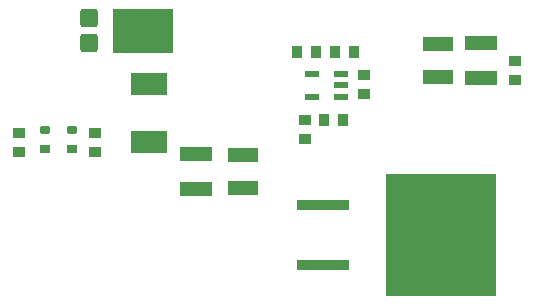
<source format=gtp>
G04*
G04 #@! TF.GenerationSoftware,Altium Limited,Altium Designer,20.0.2 (26)*
G04*
G04 Layer_Color=8421504*
%FSLAX25Y25*%
%MOIN*%
G70*
G01*
G75*
%ADD15R,0.03937X0.03543*%
%ADD16R,0.03543X0.03937*%
%ADD17R,0.36614X0.40945*%
%ADD18R,0.17323X0.03740*%
%ADD19R,0.05118X0.02362*%
%ADD20R,0.12402X0.07717*%
%ADD21R,0.03347X0.02756*%
G04:AMPARAMS|DCode=22|XSize=33.47mil|YSize=27.56mil|CornerRadius=0mil|HoleSize=0mil|Usage=FLASHONLY|Rotation=0.000|XOffset=0mil|YOffset=0mil|HoleType=Round|Shape=Octagon|*
%AMOCTAGOND22*
4,1,8,0.01673,-0.00689,0.01673,0.00689,0.00984,0.01378,-0.00984,0.01378,-0.01673,0.00689,-0.01673,-0.00689,-0.00984,-0.01378,0.00984,-0.01378,0.01673,-0.00689,0.0*
%
%ADD22OCTAGOND22*%

%ADD23R,0.20315X0.14961*%
G04:AMPARAMS|DCode=24|XSize=62.99mil|YSize=56.69mil|CornerRadius=7.09mil|HoleSize=0mil|Usage=FLASHONLY|Rotation=90.000|XOffset=0mil|YOffset=0mil|HoleType=Round|Shape=RoundedRectangle|*
%AMROUNDEDRECTD24*
21,1,0.06299,0.04252,0,0,90.0*
21,1,0.04882,0.05669,0,0,90.0*
1,1,0.01417,0.02126,0.02441*
1,1,0.01417,0.02126,-0.02441*
1,1,0.01417,-0.02126,-0.02441*
1,1,0.01417,-0.02126,0.02441*
%
%ADD24ROUNDEDRECTD24*%
%ADD25R,0.10433X0.05118*%
%ADD26R,0.10630X0.04528*%
D15*
X19685Y73622D02*
D03*
Y79921D02*
D03*
X45276Y73622D02*
D03*
Y79921D02*
D03*
X134800Y99250D02*
D03*
Y92950D02*
D03*
X185039Y103937D02*
D03*
Y97638D02*
D03*
X115000Y84250D02*
D03*
Y77950D02*
D03*
D16*
X131405Y106649D02*
D03*
X125106D02*
D03*
X112606D02*
D03*
X118905D02*
D03*
X121350Y84000D02*
D03*
X127650D02*
D03*
D17*
X160400Y45700D02*
D03*
D18*
X121227Y35700D02*
D03*
Y55700D02*
D03*
D19*
X127176Y91909D02*
D03*
Y95649D02*
D03*
Y99389D02*
D03*
X117334D02*
D03*
Y91909D02*
D03*
D20*
X62992Y96260D02*
D03*
Y76968D02*
D03*
D21*
X28500Y74606D02*
D03*
X37402D02*
D03*
D22*
X28500Y80709D02*
D03*
X37402D02*
D03*
D23*
X61102Y113917D02*
D03*
D24*
X43307Y109724D02*
D03*
Y118110D02*
D03*
D25*
X159449Y98425D02*
D03*
Y109449D02*
D03*
X94488Y61516D02*
D03*
Y72539D02*
D03*
D26*
X173967Y109941D02*
D03*
Y98130D02*
D03*
X78740Y72835D02*
D03*
Y61024D02*
D03*
M02*

</source>
